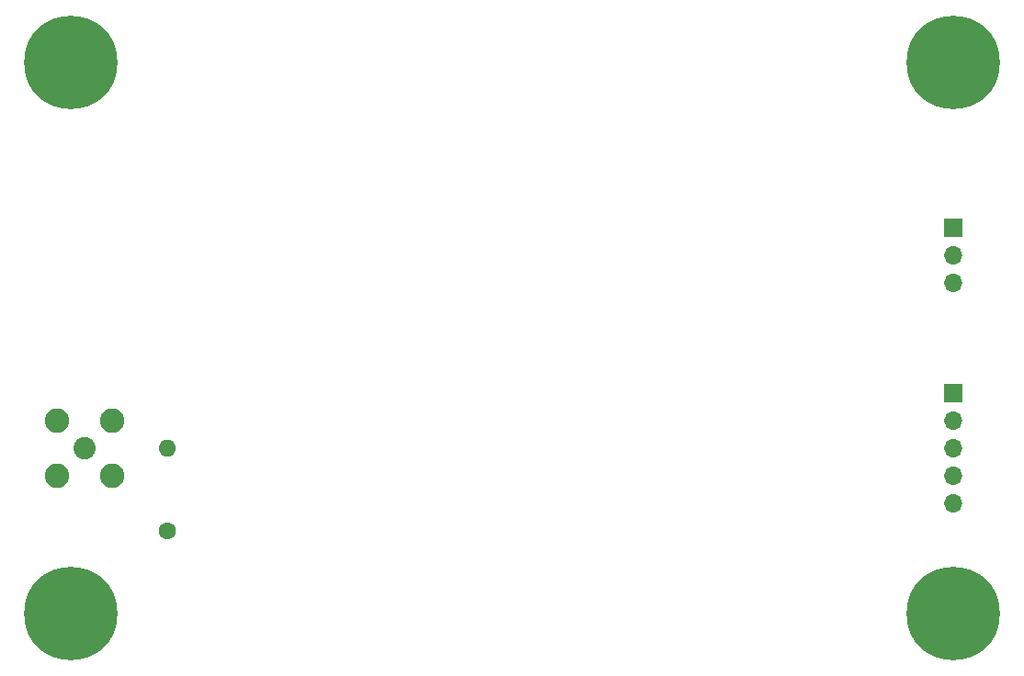
<source format=gbs>
G04 #@! TF.GenerationSoftware,KiCad,Pcbnew,(6.0.9)*
G04 #@! TF.CreationDate,2022-12-14T01:21:17-05:00*
G04 #@! TF.ProjectId,usbcounter,75736263-6f75-46e7-9465-722e6b696361,rev?*
G04 #@! TF.SameCoordinates,Original*
G04 #@! TF.FileFunction,Soldermask,Bot*
G04 #@! TF.FilePolarity,Negative*
%FSLAX46Y46*%
G04 Gerber Fmt 4.6, Leading zero omitted, Abs format (unit mm)*
G04 Created by KiCad (PCBNEW (6.0.9)) date 2022-12-14 01:21:17*
%MOMM*%
%LPD*%
G01*
G04 APERTURE LIST*
%ADD10C,1.600000*%
%ADD11O,1.600000X1.600000*%
%ADD12R,1.700000X1.700000*%
%ADD13O,1.700000X1.700000*%
%ADD14C,8.600000*%
%ADD15C,2.050000*%
%ADD16C,2.250000*%
%ADD17C,0.001000*%
G04 APERTURE END LIST*
D10*
X64770000Y-99060000D03*
D11*
X64770000Y-91440000D03*
D12*
X137160000Y-86360000D03*
D13*
X137160000Y-88900000D03*
X137160000Y-91440000D03*
X137160000Y-93980000D03*
X137160000Y-96520000D03*
D14*
X55880000Y-106680000D03*
D12*
X137160000Y-71120000D03*
D13*
X137160000Y-73660000D03*
X137160000Y-76200000D03*
D14*
X137160000Y-55880000D03*
X137160000Y-106680000D03*
D15*
X57150000Y-91440000D03*
D16*
X54610000Y-88900000D03*
X59690000Y-93980000D03*
X54610000Y-93980000D03*
X59690000Y-88900000D03*
D14*
X55880000Y-55880000D03*
D17*
X57995000Y-69120000D03*
X57995000Y-73120000D03*
M02*

</source>
